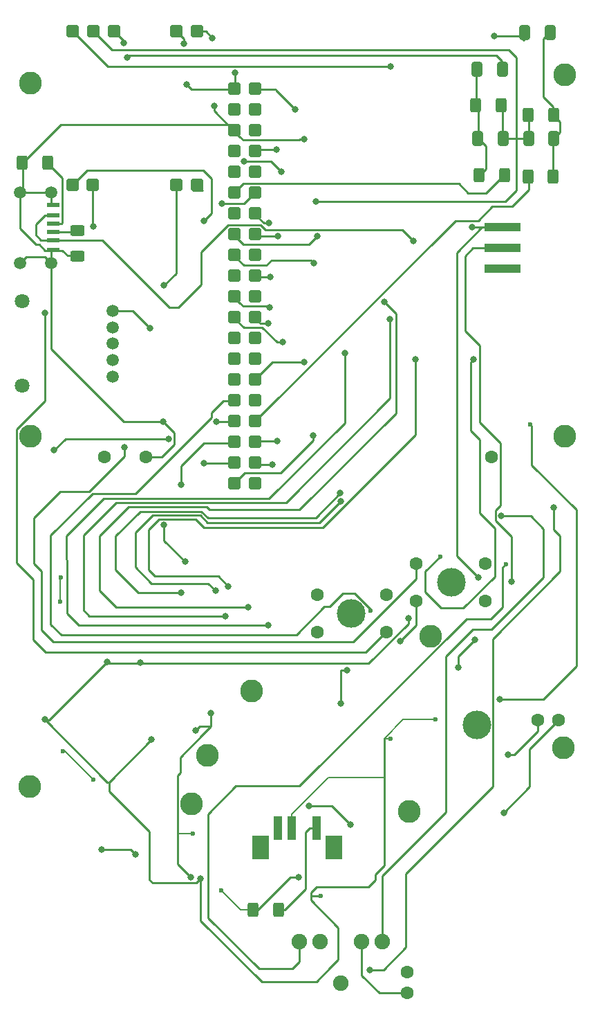
<source format=gbr>
%TF.GenerationSoftware,KiCad,Pcbnew,8.0.5*%
%TF.CreationDate,2024-11-18T11:08:29+00:00*%
%TF.ProjectId,gbc_retrozero_combined,6762635f-7265-4747-926f-7a65726f5f63,rev?*%
%TF.SameCoordinates,Original*%
%TF.FileFunction,Copper,L2,Bot*%
%TF.FilePolarity,Positive*%
%FSLAX46Y46*%
G04 Gerber Fmt 4.6, Leading zero omitted, Abs format (unit mm)*
G04 Created by KiCad (PCBNEW 8.0.5) date 2024-11-18 11:08:29*
%MOMM*%
%LPD*%
G01*
G04 APERTURE LIST*
G04 Aperture macros list*
%AMRoundRect*
0 Rectangle with rounded corners*
0 $1 Rounding radius*
0 $2 $3 $4 $5 $6 $7 $8 $9 X,Y pos of 4 corners*
0 Add a 4 corners polygon primitive as box body*
4,1,4,$2,$3,$4,$5,$6,$7,$8,$9,$2,$3,0*
0 Add four circle primitives for the rounded corners*
1,1,$1+$1,$2,$3*
1,1,$1+$1,$4,$5*
1,1,$1+$1,$6,$7*
1,1,$1+$1,$8,$9*
0 Add four rect primitives between the rounded corners*
20,1,$1+$1,$2,$3,$4,$5,0*
20,1,$1+$1,$4,$5,$6,$7,0*
20,1,$1+$1,$6,$7,$8,$9,0*
20,1,$1+$1,$8,$9,$2,$3,0*%
G04 Aperture macros list end*
%TA.AperFunction,ComponentPad*%
%ADD10C,1.600000*%
%TD*%
%TA.AperFunction,ComponentPad*%
%ADD11C,2.800000*%
%TD*%
%TA.AperFunction,ComponentPad*%
%ADD12C,3.500000*%
%TD*%
%TA.AperFunction,SMDPad,CuDef*%
%ADD13RoundRect,0.400000X-0.400000X0.400000X-0.400000X-0.400000X0.400000X-0.400000X0.400000X0.400000X0*%
%TD*%
%TA.AperFunction,SMDPad,CuDef*%
%ADD14RoundRect,0.250000X-0.400000X-0.625000X0.400000X-0.625000X0.400000X0.625000X-0.400000X0.625000X0*%
%TD*%
%TA.AperFunction,SMDPad,CuDef*%
%ADD15RoundRect,0.250000X0.400000X0.625000X-0.400000X0.625000X-0.400000X-0.625000X0.400000X-0.625000X0*%
%TD*%
%TA.AperFunction,ComponentPad*%
%ADD16C,1.500000*%
%TD*%
%TA.AperFunction,SMDPad,CuDef*%
%ADD17R,1.500000X0.600000*%
%TD*%
%TA.AperFunction,SMDPad,CuDef*%
%ADD18R,1.500000X0.500000*%
%TD*%
%TA.AperFunction,SMDPad,CuDef*%
%ADD19R,4.500000X1.000000*%
%TD*%
%TA.AperFunction,SMDPad,CuDef*%
%ADD20RoundRect,0.250000X0.412500X0.650000X-0.412500X0.650000X-0.412500X-0.650000X0.412500X-0.650000X0*%
%TD*%
%TA.AperFunction,SMDPad,CuDef*%
%ADD21RoundRect,0.250000X-0.412500X-0.650000X0.412500X-0.650000X0.412500X0.650000X-0.412500X0.650000X0*%
%TD*%
%TA.AperFunction,ComponentPad*%
%ADD22C,1.800000*%
%TD*%
%TA.AperFunction,SMDPad,CuDef*%
%ADD23RoundRect,0.400000X-0.400000X-0.400000X0.400000X-0.400000X0.400000X0.400000X-0.400000X0.400000X0*%
%TD*%
%TA.AperFunction,SMDPad,CuDef*%
%ADD24RoundRect,0.250000X0.625000X-0.400000X0.625000X0.400000X-0.625000X0.400000X-0.625000X-0.400000X0*%
%TD*%
%TA.AperFunction,ComponentPad*%
%ADD25C,1.900000*%
%TD*%
%TA.AperFunction,SMDPad,CuDef*%
%ADD26R,1.000000X3.000000*%
%TD*%
%TA.AperFunction,SMDPad,CuDef*%
%ADD27R,2.000000X3.000000*%
%TD*%
%TA.AperFunction,ViaPad*%
%ADD28C,0.800000*%
%TD*%
%TA.AperFunction,ViaPad*%
%ADD29C,0.600000*%
%TD*%
%TA.AperFunction,Conductor*%
%ADD30C,0.250000*%
%TD*%
%TA.AperFunction,Conductor*%
%ADD31C,0.200000*%
%TD*%
G04 APERTURE END LIST*
D10*
%TO.P,U3,3,Button*%
%TO.N,Net-(J1-GPIO21{slash}SCLK1)*%
X168366000Y-105216800D03*
%TD*%
D11*
%TO.P,U20,1,1*%
%TO.N,unconnected-(U20-Pad1)*%
X133600000Y-141720000D03*
%TD*%
%TO.P,U9,1,1*%
%TO.N,unconnected-(U9-Pad1)*%
X177360000Y-102720000D03*
%TD*%
%TO.P,U11,1,1*%
%TO.N,unconnected-(U11-Pad1)*%
X111940000Y-102710000D03*
%TD*%
D10*
%TO.P,U2,1,GND*%
%TO.N,Net-(U2-GND)*%
X126049600Y-105216800D03*
%TO.P,U2,3,Button*%
%TO.N,Net-(J1-GPIO16)*%
X120969600Y-105216800D03*
%TD*%
D11*
%TO.P,U18,1,1*%
%TO.N,unconnected-(U18-Pad1)*%
X177217300Y-140827460D03*
%TD*%
D10*
%TO.P,SW9,1,1*%
%TO.N,Net-(U2-GND)*%
X155518000Y-122134000D03*
%TO.P,SW9,2,2*%
%TO.N,Net-(J1-GPIO22)*%
X155518000Y-126706000D03*
%TO.P,SW9,3*%
%TO.N,N/C*%
X147009000Y-122134000D03*
%TO.P,SW9,4*%
X147009000Y-126706000D03*
D12*
%TO.P,SW9,5*%
X151200000Y-124420000D03*
%TD*%
D11*
%TO.P,U5,1,1*%
%TO.N,unconnected-(U5-Pad1)*%
X177357300Y-58517460D03*
%TD*%
%TO.P,U16,1,1*%
%TO.N,unconnected-(U16-Pad1)*%
X131650000Y-147690000D03*
%TD*%
D10*
%TO.P,U12,1,GND*%
%TO.N,Net-(U12-GND)*%
X174077200Y-137450280D03*
%TO.P,U12,2,VCC*%
%TO.N,Net-(U12-VCC)*%
X176617200Y-137450280D03*
%TD*%
D11*
%TO.P,U4,1,1*%
%TO.N,unconnected-(U4-Pad1)*%
X111937300Y-59527460D03*
%TD*%
D12*
%TO.P,TP1,1,1*%
%TO.N,unconnected-(TP1-Pad1)*%
X166580000Y-138040000D03*
%TD*%
D11*
%TO.P,U19,1,1*%
%TO.N,unconnected-(U19-Pad1)*%
X160967300Y-127157460D03*
%TD*%
%TO.P,U15,1,1*%
%TO.N,unconnected-(U15-Pad1)*%
X158310000Y-148580000D03*
%TD*%
D10*
%TO.P,LS1,1,1*%
%TO.N,Net-(U10-LEFT_OUT)*%
X158024400Y-170813180D03*
%TO.P,LS1,2,2*%
%TO.N,Net-(U10-GND)*%
X158024400Y-168273180D03*
%TD*%
D11*
%TO.P,U14,1,1*%
%TO.N,unconnected-(U14-Pad1)*%
X139010000Y-133850000D03*
%TD*%
D10*
%TO.P,SW10,1,1*%
%TO.N,Net-(U2-GND)*%
X159142000Y-122896080D03*
%TO.P,SW10,2,2*%
%TO.N,Net-(J1-GPIO17)*%
X159142000Y-118324080D03*
%TO.P,SW10,3*%
%TO.N,N/C*%
X167651000Y-122896080D03*
%TO.P,SW10,4*%
X167651000Y-118324080D03*
D12*
%TO.P,SW10,5*%
X163460000Y-120610080D03*
%TD*%
D11*
%TO.P,U17,1,1*%
%TO.N,unconnected-(U17-Pad1)*%
X111820000Y-145530000D03*
%TD*%
D13*
%TO.P,J1,1,3V3*%
%TO.N,Net-(J1-3V3-Pad1)*%
X139409770Y-60250400D03*
%TO.P,J1,2,5V*%
%TO.N,Net-(D1-A)*%
X136869770Y-60250400D03*
%TO.P,J1,3,SDA/GPIO2*%
%TO.N,unconnected-(J1-SDA{slash}GPIO2-Pad3)*%
X139409770Y-62790400D03*
%TO.P,J1,4,5V*%
%TO.N,unconnected-(J1-5V-Pad4)*%
X136869770Y-62790400D03*
%TO.P,J1,5,SCL/GPIO3*%
%TO.N,unconnected-(J1-SCL{slash}GPIO3-Pad5)*%
X139409770Y-65330400D03*
%TO.P,J1,6,GND*%
%TO.N,Net-(U2-GND)*%
X136869770Y-65330400D03*
%TO.P,J1,7,GCLK0/GPIO4*%
%TO.N,Net-(J1-GCLK0{slash}GPIO4)*%
X139409770Y-67870400D03*
%TO.P,J1,8,GPIO14/TXD*%
%TO.N,unconnected-(J1-GPIO14{slash}TXD-Pad8)*%
X136869770Y-67870400D03*
%TO.P,J1,9,GND*%
%TO.N,unconnected-(J1-GND-Pad9)*%
X139409770Y-70410400D03*
%TO.P,J1,10,GPIO15/RXD*%
%TO.N,unconnected-(J1-GPIO15{slash}RXD-Pad10)*%
X136869770Y-70410400D03*
%TO.P,J1,11,GPIO17*%
%TO.N,Net-(J1-GPIO17)*%
X139409770Y-72950400D03*
%TO.P,J1,12,GPIO18/PWM0*%
%TO.N,Net-(J1-GPIO18{slash}PWM0)*%
X136869770Y-72950400D03*
%TO.P,J1,13,GPIO27*%
%TO.N,Net-(J1-GPIO27)*%
X139409770Y-75490400D03*
%TO.P,J1,14,GND*%
%TO.N,unconnected-(J1-GND-Pad14)*%
X136869770Y-75490400D03*
%TO.P,J1,15,GPIO22*%
%TO.N,Net-(J1-GPIO22)*%
X139409770Y-78030400D03*
%TO.P,J1,16,GPIO23*%
%TO.N,Net-(J1-GPIO23)*%
X136869770Y-78030400D03*
%TO.P,J1,17,3V3*%
%TO.N,unconnected-(J1-3V3-Pad17)*%
X139409770Y-80570400D03*
%TO.P,J1,18,GPIO24*%
%TO.N,Net-(J1-GPIO24)*%
X136869770Y-80570400D03*
%TO.P,J1,19,MOSI0/GPIO10*%
%TO.N,Net-(J1-MOSI0{slash}GPIO10)*%
X139409770Y-83110400D03*
%TO.P,J1,20,GND*%
%TO.N,unconnected-(J1-GND-Pad20)*%
X136869770Y-83110400D03*
%TO.P,J1,21,MISO0/GPIO9*%
%TO.N,unconnected-(J1-MISO0{slash}GPIO9-Pad21)*%
X139409770Y-85650400D03*
%TO.P,J1,22,GPIO25*%
%TO.N,Net-(J1-GPIO25)*%
X136869770Y-85650400D03*
%TO.P,J1,23,SCLK0/GPIO11*%
%TO.N,Net-(J1-SCLK0{slash}GPIO11)*%
X139409770Y-88190400D03*
%TO.P,J1,24,~{CE0}/GPIO8*%
%TO.N,Net-(J1-~{CE0}{slash}GPIO8)*%
X136869770Y-88190400D03*
%TO.P,J1,25,GND*%
%TO.N,unconnected-(J1-GND-Pad25)*%
X139409770Y-90730400D03*
%TO.P,J1,26,~{CE1}/GPIO7*%
%TO.N,unconnected-(J1-~{CE1}{slash}GPIO7-Pad26)*%
X136869770Y-90730400D03*
%TO.P,J1,27,ID_SD/GPIO0*%
%TO.N,unconnected-(J1-ID_SD{slash}GPIO0-Pad27)*%
X139409770Y-93270400D03*
%TO.P,J1,28,ID_SC/GPIO1*%
%TO.N,unconnected-(J1-ID_SC{slash}GPIO1-Pad28)*%
X136869770Y-93270400D03*
%TO.P,J1,29,GCLK1/GPIO5*%
%TO.N,Net-(J1-GCLK1{slash}GPIO5)*%
X139409770Y-95810400D03*
%TO.P,J1,30,GND*%
%TO.N,unconnected-(J1-GND-Pad30)*%
X136869770Y-95810400D03*
%TO.P,J1,31,GCLK2/GPIO6*%
%TO.N,unconnected-(J1-GCLK2{slash}GPIO6-Pad31)*%
X139409770Y-98350400D03*
%TO.P,J1,32,PWM0/GPIO12*%
%TO.N,Net-(J1-PWM0{slash}GPIO12)*%
X136869770Y-98350400D03*
%TO.P,J1,33,PWM1/GPIO13*%
%TO.N,Net-(J1-PWM1{slash}GPIO13)*%
X139409770Y-100890400D03*
%TO.P,J1,34,GND*%
%TO.N,Net-(U2-GND)*%
X136869770Y-100890400D03*
%TO.P,J1,35,GPIO19/MISO1*%
%TO.N,Net-(J1-GPIO19{slash}MISO1)*%
X139409770Y-103430400D03*
%TO.P,J1,36,GPIO16*%
%TO.N,Net-(J1-GPIO16)*%
X136869770Y-103430400D03*
%TO.P,J1,37,GPIO26*%
%TO.N,Net-(J1-GPIO26)*%
X139409770Y-105970400D03*
%TO.P,J1,38,GPIO20/MOSI1*%
%TO.N,Net-(J1-GPIO20{slash}MOSI1)*%
X136869770Y-105970400D03*
%TO.P,J1,39,GND*%
%TO.N,unconnected-(J1-GND-Pad39)*%
X139409770Y-108510400D03*
%TO.P,J1,40,GPIO21/SCLK1*%
%TO.N,Net-(J1-GPIO21{slash}SCLK1)*%
X136869770Y-108510400D03*
%TD*%
D14*
%TO.P,R3,1*%
%TO.N,Net-(C2-Pad2)*%
X166862300Y-70817600D03*
%TO.P,R3,2*%
%TO.N,Net-(J1-GPIO18{slash}PWM0)*%
X169962300Y-70817600D03*
%TD*%
D15*
%TO.P,R8,1*%
%TO.N,Net-(SW11-A)*%
X142282680Y-160650640D03*
%TO.P,R8,2*%
%TO.N,Net-(U2-GND)*%
X139182680Y-160650640D03*
%TD*%
D16*
%TO.P,U7,1,SHIELD_GND*%
%TO.N,Net-(U2-GND)*%
X114454800Y-72909600D03*
X110657500Y-72909600D03*
D17*
X114703720Y-74469160D03*
X114713880Y-79975880D03*
D16*
X114454800Y-81545600D03*
X110657500Y-81545600D03*
D18*
%TO.P,U7,2,VBUS*%
%TO.N,Net-(U13-VIN)*%
X114703720Y-75698520D03*
X114713880Y-78746520D03*
%TO.P,U7,3,CC2*%
%TO.N,Net-(U7-CC2)*%
X114708800Y-76719600D03*
%TO.P,U7,4,CC1*%
%TO.N,Net-(U7-CC1)*%
X114713880Y-77735600D03*
%TD*%
D19*
%TO.P,SW12,1,A*%
%TO.N,unconnected-(SW12-A-Pad1)*%
X169715600Y-82246880D03*
%TO.P,SW12,2,B*%
%TO.N,Net-(SW12-B)*%
X169715600Y-79706880D03*
%TO.P,SW12,3,C*%
%TO.N,Net-(D1-A)*%
X169715600Y-77166880D03*
%TD*%
D20*
%TO.P,C1,1*%
%TO.N,Net-(C1-Pad1)*%
X176039800Y-66337600D03*
%TO.P,C1,2*%
%TO.N,Net-(U2-GND)*%
X172914800Y-66337600D03*
%TD*%
D21*
%TO.P,C3,1*%
%TO.N,Net-(U6-L_IN)*%
X172429800Y-53357600D03*
%TO.P,C3,2*%
%TO.N,Net-(C1-Pad1)*%
X175554800Y-53357600D03*
%TD*%
D16*
%TO.P,U8,1,1*%
%TO.N,Net-(U10-GND)*%
X122004240Y-87387840D03*
%TO.P,U8,2,2*%
%TO.N,Net-(U6-L_+_OUT)*%
X122004240Y-89394440D03*
%TO.P,U8,3,3*%
%TO.N,Net-(U6-R_+_OUT)*%
X122004240Y-91401040D03*
%TO.P,U8,4,4*%
%TO.N,Net-(U10-LEFT_IN)*%
X122004240Y-93407640D03*
%TO.P,U8,5,5*%
%TO.N,Net-(U10-RIGHT_IN)*%
X122004240Y-95414240D03*
D22*
%TO.P,U8,6*%
%TO.N,N/C*%
X110879040Y-96569940D03*
%TO.P,U8,7*%
X110891740Y-86232140D03*
%TD*%
D14*
%TO.P,R6,1*%
%TO.N,Net-(U2-GND)*%
X110912300Y-69267600D03*
%TO.P,R6,2*%
%TO.N,Net-(U7-CC2)*%
X114012300Y-69267600D03*
%TD*%
D20*
%TO.P,C4,1*%
%TO.N,Net-(U6-R_IN)*%
X169744800Y-57837600D03*
%TO.P,C4,2*%
%TO.N,Net-(C2-Pad2)*%
X166619800Y-57837600D03*
%TD*%
D23*
%TO.P,U6,1,L_IN*%
%TO.N,Net-(U6-L_IN)*%
X117054800Y-53167600D03*
%TO.P,U6,2,T_IN*%
%TO.N,Net-(U2-GND)*%
X119594800Y-53167600D03*
%TO.P,U6,3,R_IN*%
%TO.N,Net-(U6-R_IN)*%
X122134800Y-53167600D03*
%TO.P,U6,4,5_VCC_IN*%
%TO.N,Net-(D1-A)*%
X129754800Y-53167600D03*
%TO.P,U6,5,GND_IN*%
%TO.N,Net-(U2-GND)*%
X132294800Y-53167600D03*
%TO.P,U6,6,L_-_OUT*%
%TO.N,Net-(U10-GND)*%
X117054800Y-72014400D03*
%TO.P,U6,7,L_+_OUT*%
%TO.N,Net-(U6-L_+_OUT)*%
X119556700Y-71976300D03*
%TO.P,U6,8,R_+_OUT*%
%TO.N,Net-(U6-R_+_OUT)*%
X129754800Y-71976300D03*
%TO.P,U6,9,R_-_OUT*%
%TO.N,unconnected-(U6-R_-_OUT-Pad9)*%
X132294800Y-71976300D03*
%TD*%
D24*
%TO.P,R7,1*%
%TO.N,Net-(U2-GND)*%
X117684800Y-80680100D03*
%TO.P,R7,2*%
%TO.N,Net-(U7-CC1)*%
X117684800Y-77580100D03*
%TD*%
D15*
%TO.P,R5,1*%
%TO.N,Net-(U2-GND)*%
X169537300Y-62237600D03*
%TO.P,R5,2*%
%TO.N,Net-(C2-Pad2)*%
X166437300Y-62237600D03*
%TD*%
D20*
%TO.P,C2,1*%
%TO.N,Net-(U2-GND)*%
X169814800Y-66337600D03*
%TO.P,C2,2*%
%TO.N,Net-(C2-Pad2)*%
X166689800Y-66337600D03*
%TD*%
D15*
%TO.P,R2,1*%
%TO.N,Net-(C1-Pad1)*%
X175947300Y-70967600D03*
%TO.P,R2,2*%
%TO.N,Net-(J1-PWM1{slash}GPIO13)*%
X172847300Y-70967600D03*
%TD*%
D25*
%TO.P,U10,1,GND*%
%TO.N,Net-(U10-GND)*%
X149946480Y-169623440D03*
%TO.P,U10,2,LEFT_IN*%
%TO.N,Net-(U10-LEFT_IN)*%
X155026480Y-164543440D03*
%TO.P,U10,3,LEFT_OUT*%
%TO.N,Net-(U10-LEFT_OUT)*%
X152486480Y-164543440D03*
%TO.P,U10,4,RIGHT_OUT*%
%TO.N,unconnected-(U10-RIGHT_OUT-Pad4)*%
X147406480Y-164543440D03*
%TO.P,U10,5,RIGHT_IN*%
%TO.N,Net-(U10-RIGHT_IN)*%
X144866480Y-164543440D03*
%TD*%
D15*
%TO.P,R4,1*%
%TO.N,Net-(C1-Pad1)*%
X175977300Y-63427600D03*
%TO.P,R4,2*%
%TO.N,Net-(U2-GND)*%
X172877300Y-63427600D03*
%TD*%
D26*
%TO.P,SW11,1,A*%
%TO.N,Net-(SW11-A)*%
X146939840Y-150660820D03*
%TO.P,SW11,2,B*%
%TO.N,Net-(D1-K)*%
X143929940Y-150660820D03*
%TO.P,SW11,3,C*%
%TO.N,unconnected-(SW11-C-Pad3)*%
X142228140Y-150660820D03*
D27*
%TO.P,SW11,4*%
%TO.N,N/C*%
X149073440Y-153040800D03*
X140107240Y-153010320D03*
%TD*%
D28*
%TO.N,Net-(D1-K)*%
X166381000Y-127569680D03*
X121283300Y-130274780D03*
X113676000Y-137348680D03*
X125371003Y-130378077D03*
X158189500Y-124953480D03*
X164336300Y-130973280D03*
X132776800Y-156792380D03*
D29*
X147500000Y-158940000D03*
X156000000Y-139720000D03*
D28*
X126718900Y-139837880D03*
D29*
X161540000Y-137360000D03*
%TO.N,Net-(D1-A)*%
X115860000Y-141210000D03*
X131800000Y-151340000D03*
X115630000Y-120010000D03*
D28*
X130697800Y-54708900D03*
X149883700Y-135430980D03*
X134021400Y-136561280D03*
X136984800Y-58232600D03*
X132116400Y-138720280D03*
X131054800Y-59697600D03*
D29*
X115580000Y-122960000D03*
D28*
X150658400Y-131316180D03*
X131519500Y-156639980D03*
X166003800Y-77149800D03*
D29*
X119610000Y-144680000D03*
D28*
X166736600Y-119949680D03*
%TO.N,Net-(U10-GND)*%
X153490500Y-167955680D03*
X126557600Y-89481500D03*
X133154800Y-76397600D03*
X176034800Y-111397600D03*
%TO.N,Net-(U2-GND)*%
X134654800Y-100937600D03*
X144727500Y-156651580D03*
X146852200Y-74000200D03*
X157224300Y-127760180D03*
X134215700Y-53997700D03*
X120635600Y-153236380D03*
D29*
X135280000Y-158250000D03*
D28*
X169365500Y-134872180D03*
X134424800Y-62327600D03*
X151141000Y-150251880D03*
X128154800Y-100917600D03*
X124801200Y-153820580D03*
X145455200Y-66392900D03*
X145997500Y-147927780D03*
D29*
X173090000Y-101290000D03*
D28*
%TO.N,Net-(U6-L_IN)*%
X156034800Y-57507600D03*
X168714800Y-53777600D03*
%TO.N,Net-(U6-R_IN)*%
X123774800Y-56437600D03*
X123334800Y-54607600D03*
%TO.N,Net-(J1-GPIO16)*%
X130367600Y-108620400D03*
%TO.N,Net-(J1-GPIO20{slash}MOSI1)*%
X130833700Y-118057380D03*
X114794800Y-104447600D03*
X128284800Y-113562610D03*
X133164800Y-106027600D03*
X128814800Y-103057600D03*
%TO.N,Net-(J1-GPIO23)*%
X155249800Y-86317600D03*
X138542600Y-123607280D03*
X147024800Y-78237600D03*
%TO.N,Net-(J1-GCLK0{slash}GPIO4)*%
X155974800Y-88377600D03*
X142084800Y-67637600D03*
X135786700Y-124699480D03*
%TO.N,Net-(J1-GPIO22)*%
X138063800Y-69072600D03*
X142635800Y-70342600D03*
X142254800Y-78237599D03*
X113725280Y-87614600D03*
%TO.N,Net-(J1-GPIO17)*%
X135358700Y-74241500D03*
X123458800Y-104073800D03*
%TO.N,Net-(J1-SCLK0{slash}GPIO11)*%
X140994800Y-88927600D03*
%TO.N,Net-(J1-~{CE0}{slash}GPIO8)*%
X142834800Y-91217600D03*
%TO.N,Net-(J1-MOSI0{slash}GPIO10)*%
X141244800Y-83197600D03*
%TO.N,Net-(J1-GPIO25)*%
X141224800Y-86977600D03*
%TO.N,Net-(J1-GPIO24)*%
X141019100Y-125817080D03*
X146644800Y-81567600D03*
X150404800Y-92577600D03*
%TO.N,Net-(J1-GPIO26)*%
X149892915Y-110674790D03*
X134567500Y-121600680D03*
X141574800Y-106147600D03*
%TO.N,Net-(J1-3V3-Pad1)*%
X144314800Y-62787600D03*
%TO.N,Net-(J1-GPIO19{slash}MISO1)*%
X130376500Y-121854680D03*
X142134800Y-103287600D03*
X149874800Y-109667600D03*
%TO.N,Net-(J1-GPIO27)*%
X141144800Y-76647600D03*
%TO.N,Net-(J1-GPIO21{slash}SCLK1)*%
X146574800Y-102657600D03*
%TO.N,Net-(J1-GCLK1{slash}GPIO5)*%
X159104800Y-93287600D03*
X145414800Y-93687600D03*
X136129600Y-121054580D03*
%TO.N,Net-(SW12-B)*%
X170826000Y-120483080D03*
%TO.N,Net-(U6-L_+_OUT)*%
X119585300Y-77060900D03*
%TO.N,Net-(U6-R_+_OUT)*%
X128284800Y-84267600D03*
%TO.N,Net-(U13-VIN)*%
X158804800Y-78827600D03*
X166214800Y-93317600D03*
D29*
X162110000Y-117440000D03*
%TO.N,Net-(U10-RIGHT_IN)*%
X170130000Y-118370000D03*
D28*
%TO.N,Net-(U10-LEFT_IN)*%
X169574800Y-112467600D03*
%TO.N,Net-(U12-VCC)*%
X169873500Y-148765980D03*
%TO.N,Net-(U12-GND)*%
X170432300Y-141628580D03*
D29*
%TO.N,Net-(J1-PWM0{slash}GPIO12)*%
X153577224Y-124032776D03*
%TD*%
D30*
%TO.N,Net-(D1-K)*%
X164336300Y-130973280D02*
X164336300Y-129614380D01*
X146260000Y-158930000D02*
X147490000Y-158930000D01*
X126490300Y-151090080D02*
X121537300Y-146137080D01*
X140249480Y-169428880D02*
X132776800Y-161956200D01*
X158189500Y-125640582D02*
X153339402Y-130490680D01*
X154130000Y-156292580D02*
X155255800Y-155166780D01*
X149388400Y-130490680D02*
X125360000Y-130490680D01*
X132776800Y-156792380D02*
X132204199Y-157364981D01*
X121283300Y-130274780D02*
X114171300Y-137386780D01*
X132204199Y-157364981D02*
X126872401Y-157364981D01*
D31*
X157565800Y-137360000D02*
X161540000Y-137360000D01*
X143929940Y-150660820D02*
X143929940Y-148960820D01*
D30*
X132776800Y-161956200D02*
X132776800Y-156792380D01*
X113676000Y-137348680D02*
X121346800Y-145019480D01*
X146260000Y-158550000D02*
X146950000Y-157860000D01*
D31*
X148410760Y-144480000D02*
X155255800Y-144480000D01*
D30*
X148681481Y-167682159D02*
X146934760Y-169428880D01*
X146260000Y-158930000D02*
X146260000Y-158550000D01*
D31*
X155305800Y-139720000D02*
X155255800Y-139670000D01*
D30*
X146260000Y-159480000D02*
X146260000Y-158930000D01*
D31*
X156000000Y-139720000D02*
X155305800Y-139720000D01*
D30*
X121346800Y-145019480D02*
X121537300Y-145019480D01*
X146934760Y-169428880D02*
X140249480Y-169428880D01*
X155255800Y-155166780D02*
X155255800Y-144480000D01*
X125360000Y-130490680D02*
X121499200Y-130490680D01*
X121537300Y-145019480D02*
X126718900Y-139837880D01*
X121537300Y-146137080D02*
X121537300Y-145019480D01*
X148681481Y-167682159D02*
X149610000Y-166753640D01*
X153280000Y-157860000D02*
X154130000Y-157010000D01*
X155255800Y-144480000D02*
X155255800Y-139670000D01*
X149610000Y-166753640D02*
X149610000Y-162830000D01*
X113714100Y-137386780D02*
X113676000Y-137348680D01*
X164336300Y-129614380D02*
X166381000Y-127569680D01*
X121499200Y-130490680D02*
X121283300Y-130274780D01*
X125360000Y-130389080D02*
X125371003Y-130378077D01*
X114171300Y-137386780D02*
X113714100Y-137386780D01*
X158189500Y-124953480D02*
X158189500Y-125640582D01*
X146950000Y-157860000D02*
X153280000Y-157860000D01*
X154130000Y-157010000D02*
X154130000Y-156292580D01*
X126872401Y-157364981D02*
X126490300Y-156982880D01*
D31*
X143929940Y-148960820D02*
X148410760Y-144480000D01*
D30*
X126490300Y-156982880D02*
X126490300Y-151090080D01*
D31*
X155255800Y-139670000D02*
X157565800Y-137360000D01*
D30*
X125360000Y-130490680D02*
X125360000Y-130389080D01*
X153339402Y-130490680D02*
X149388400Y-130490680D01*
X147490000Y-158930000D02*
X147500000Y-158940000D01*
X149610000Y-162830000D02*
X146260000Y-159480000D01*
%TO.N,Net-(D1-A)*%
X149883700Y-135430980D02*
X149883700Y-131392380D01*
X131519500Y-156639980D02*
X129902999Y-155023479D01*
X164126921Y-80255559D02*
X167215600Y-77166880D01*
X133030800Y-139228280D02*
X133056200Y-139202880D01*
D31*
X130002999Y-151340000D02*
X129902999Y-151240000D01*
D30*
X130249500Y-143825680D02*
X130249500Y-141996880D01*
X132611700Y-138224980D02*
X134021400Y-138224980D01*
X166736600Y-119949680D02*
X164126921Y-117340001D01*
X130249500Y-141996880D02*
X133018100Y-139228280D01*
D31*
X115580000Y-120060000D02*
X115630000Y-120010000D01*
D30*
X130697800Y-54110600D02*
X129754800Y-53167600D01*
D31*
X131800000Y-151340000D02*
X130002999Y-151340000D01*
D30*
X129902999Y-155023479D02*
X129902999Y-151240000D01*
X129902999Y-150500000D02*
X129902999Y-144172181D01*
X149883700Y-131392380D02*
X149959900Y-131316180D01*
X164126921Y-117340001D02*
X164126921Y-112380000D01*
D31*
X116140000Y-141210000D02*
X119610000Y-144680000D01*
D30*
X129902999Y-151240000D02*
X129902999Y-150500000D01*
X130697800Y-54708900D02*
X130697800Y-54110600D01*
X136834800Y-60267600D02*
X131624800Y-60267600D01*
X149959900Y-131316180D02*
X150658400Y-131316180D01*
X136984800Y-60117600D02*
X136834800Y-60267600D01*
X133018100Y-139228280D02*
X133030800Y-139228280D01*
X166020880Y-77166880D02*
X166003800Y-77149800D01*
D31*
X115860000Y-141210000D02*
X116140000Y-141210000D01*
X115580000Y-122960000D02*
X115580000Y-120060000D01*
D30*
X133018100Y-139228280D02*
X134021400Y-138224980D01*
X136984800Y-58232600D02*
X136984800Y-60117600D01*
X131624800Y-60267600D02*
X131054800Y-59697600D01*
X169715600Y-77166880D02*
X166020880Y-77166880D01*
X164126921Y-112380000D02*
X164126921Y-80255559D01*
X167215600Y-77166880D02*
X169715600Y-77166880D01*
X134021400Y-138224980D02*
X134021400Y-136561280D01*
X132116400Y-138720280D02*
X132611700Y-138224980D01*
D31*
X129902999Y-149917001D02*
X129902999Y-150500000D01*
D30*
X129902999Y-144172181D02*
X130249500Y-143825680D01*
%TO.N,Net-(U10-LEFT_OUT)*%
X152486480Y-168640760D02*
X154658900Y-170813180D01*
X152486480Y-164543440D02*
X152486480Y-168640760D01*
X154658900Y-170813180D02*
X158024400Y-170813180D01*
%TO.N,Net-(U10-GND)*%
X134076000Y-71218900D02*
X134076000Y-75476400D01*
X176776480Y-114906480D02*
X176776480Y-119237802D01*
X155166900Y-167955680D02*
X153490500Y-167955680D01*
X122004240Y-87387840D02*
X124463940Y-87387840D01*
X124463940Y-87387840D02*
X126557600Y-89481500D01*
X117054800Y-72014400D02*
X118828200Y-70241000D01*
X168528001Y-145578677D02*
X157922800Y-156183878D01*
X168528001Y-127486281D02*
X168528001Y-145578677D01*
X118828200Y-70241000D02*
X133098100Y-70241000D01*
X176776480Y-119237802D02*
X168528001Y-127486281D01*
X176034800Y-111397600D02*
X176034800Y-114164800D01*
X134076000Y-75476400D02*
X133154800Y-76397600D01*
X157922800Y-165199780D02*
X155166900Y-167955680D01*
X176034800Y-114164800D02*
X176776480Y-114906480D01*
X157922800Y-156183878D02*
X157922800Y-165199780D01*
X133098100Y-70241000D02*
X134076000Y-71218900D01*
%TO.N,Net-(C1-Pad1)*%
X175964800Y-66337600D02*
X176736147Y-65566253D01*
X175914800Y-62452600D02*
X174704800Y-61242600D01*
X176736147Y-65566253D02*
X176736147Y-64248947D01*
X175884800Y-70967600D02*
X175884800Y-66417600D01*
X175884800Y-66417600D02*
X175964800Y-66337600D01*
X176736147Y-64248947D02*
X176686147Y-64198947D01*
X176686147Y-64198947D02*
X175914800Y-63427600D01*
X175914800Y-63427600D02*
X175914800Y-62452600D01*
X174704800Y-54132600D02*
X175479800Y-53357600D01*
X174704800Y-61242600D02*
X174704800Y-54132600D01*
%TO.N,Net-(U2-GND)*%
X134424800Y-62327600D02*
X134424800Y-62937600D01*
X144889515Y-66392900D02*
X144809805Y-66472610D01*
X145997500Y-147927780D02*
X148816900Y-147927780D01*
X171424800Y-66337600D02*
X172989800Y-66337600D01*
X126203070Y-105242200D02*
X128030800Y-105242200D01*
X174699500Y-134872180D02*
X170978400Y-134872180D01*
X115648353Y-64594047D02*
X111746147Y-68496253D01*
X137588353Y-66101153D02*
X136834800Y-65347600D01*
X111402979Y-80798381D02*
X110652980Y-81548380D01*
X144727500Y-156651580D02*
X143781180Y-156651580D01*
X178776200Y-130795480D02*
X174699500Y-134872180D01*
X128154800Y-100917600D02*
X129539801Y-102302601D01*
X170552300Y-66337600D02*
X171424800Y-66337600D01*
X169739800Y-62502600D02*
X169474800Y-62237600D01*
X173330000Y-106230000D02*
X173330000Y-101530000D01*
X129539801Y-103733199D02*
X128030800Y-105242200D01*
X132294800Y-53167600D02*
X133385600Y-53167600D01*
X113700280Y-79986280D02*
X113009400Y-79295400D01*
X171424800Y-66337600D02*
X171424800Y-68997600D01*
X124217000Y-153236380D02*
X124801200Y-153820580D01*
X134654800Y-100937600D02*
X136804800Y-100937600D01*
X114450280Y-79986280D02*
X114450280Y-81548380D01*
X126177670Y-105216800D02*
X126203070Y-105242200D01*
X171452100Y-69024900D02*
X171452100Y-72628600D01*
X129539801Y-103733199D02*
X129539801Y-103707799D01*
X121904800Y-55477600D02*
X170504800Y-55477600D01*
X169739800Y-66337600D02*
X170552300Y-66337600D01*
X129539801Y-102302601D02*
X129539801Y-103733199D01*
X114450280Y-81548380D02*
X113700281Y-80798381D01*
X139782120Y-160650640D02*
X139182680Y-160650640D01*
X114450280Y-92043080D02*
X122804800Y-100397600D01*
X113700281Y-80798381D02*
X111402979Y-80798381D01*
X134424800Y-62937600D02*
X136834800Y-65347600D01*
X115813480Y-79986280D02*
X114450280Y-79986280D01*
X145455200Y-66392900D02*
X144889515Y-66392900D01*
X137959810Y-66472610D02*
X137588353Y-66101153D01*
X170978400Y-134872180D02*
X169365500Y-134872180D01*
X159142000Y-125842480D02*
X157224300Y-127760180D01*
X172989800Y-63477600D02*
X172939800Y-63427600D01*
X123324800Y-100917600D02*
X128154800Y-100917600D01*
X178776200Y-117866880D02*
X178776200Y-130795480D01*
X136834800Y-65347600D02*
X136081247Y-64594047D01*
X111713640Y-72912380D02*
X114450280Y-72912380D01*
X113009400Y-79295400D02*
X112618940Y-79295400D01*
X122804800Y-100397600D02*
X123324800Y-100917600D01*
X114450280Y-79986280D02*
X113700280Y-79986280D01*
X116444800Y-80617600D02*
X115813480Y-79986280D01*
X112618940Y-79295400D02*
X110652980Y-77329440D01*
X110974800Y-72590560D02*
X110652980Y-72912380D01*
X171424800Y-68997600D02*
X171452100Y-69024900D01*
X111746147Y-68496253D02*
X110974800Y-69267600D01*
X110652980Y-72912380D02*
X111713640Y-72912380D01*
X173330000Y-101530000D02*
X173090000Y-101290000D01*
X114450280Y-72912380D02*
X114450280Y-74474480D01*
X171424800Y-57827600D02*
X171424800Y-66337600D01*
X171424800Y-56397600D02*
X171424800Y-57827600D01*
X120635600Y-153236380D02*
X124217000Y-153236380D01*
X159142000Y-122896080D02*
X159142000Y-125842480D01*
X110974800Y-69267600D02*
X110974800Y-72590560D01*
X169739800Y-66337600D02*
X169739800Y-62502600D01*
X110652980Y-77329440D02*
X110652980Y-72912380D01*
X148816900Y-147927780D02*
X151141000Y-150251880D01*
X117684800Y-80617600D02*
X116444800Y-80617600D01*
D31*
X137680640Y-160650640D02*
X139182680Y-160650640D01*
X135280000Y-158250000D02*
X137680640Y-160650640D01*
D30*
X170080500Y-74000200D02*
X146852200Y-74000200D01*
X119594800Y-53167600D02*
X121904800Y-55477600D01*
X136804800Y-100937600D02*
X136834800Y-100907600D01*
X171452100Y-72628600D02*
X170080500Y-74000200D01*
X170504800Y-55477600D02*
X171424800Y-56397600D01*
X144809805Y-66472610D02*
X137959810Y-66472610D01*
X114450280Y-81548380D02*
X114450280Y-92043080D01*
X136081247Y-64594047D02*
X115648353Y-64594047D01*
X172989800Y-66337600D02*
X172989800Y-63477600D01*
X178776200Y-117866880D02*
X178776200Y-111676200D01*
X133385600Y-53167600D02*
X134215700Y-53997700D01*
X143781180Y-156651580D02*
X139782120Y-160650640D01*
X178776200Y-111676200D02*
X173330000Y-106230000D01*
%TO.N,Net-(C2-Pad2)*%
X166924800Y-70817600D02*
X167696147Y-70046253D01*
X167696147Y-70046253D02*
X167696147Y-67268947D01*
X166499800Y-58032600D02*
X166694800Y-57837600D01*
X166499800Y-62237600D02*
X166499800Y-58032600D01*
X166764800Y-66337600D02*
X166764800Y-62502600D01*
X167536147Y-67108947D02*
X166764800Y-66337600D01*
X167696147Y-67268947D02*
X167536147Y-67108947D01*
X166764800Y-62502600D02*
X166499800Y-62237600D01*
%TO.N,Net-(U6-L_IN)*%
X117054800Y-53167600D02*
X121394800Y-57507600D01*
X121394800Y-57507600D02*
X122109478Y-57507600D01*
X168714800Y-53777600D02*
X171834800Y-53777600D01*
X122109478Y-57507600D02*
X156034800Y-57507600D01*
X171834800Y-53777600D02*
X172334800Y-54277600D01*
%TO.N,Net-(U6-R_IN)*%
X168994800Y-56187600D02*
X124024800Y-56187600D01*
X169669800Y-57837600D02*
X169669800Y-56862600D01*
X124024800Y-56187600D02*
X123774800Y-56437600D01*
X169669800Y-56862600D02*
X168994800Y-56187600D01*
X123334800Y-54607600D02*
X123334800Y-54367600D01*
X123334800Y-54367600D02*
X122134800Y-53167600D01*
%TO.N,Net-(J1-GPIO16)*%
X133154800Y-103527600D02*
X136754800Y-103527600D01*
X136754800Y-103527600D02*
X136834800Y-103447600D01*
X130367600Y-106314800D02*
X133154800Y-103527600D01*
X130367600Y-108620400D02*
X130367600Y-106314800D01*
%TO.N,Net-(J1-GPIO20{slash}MOSI1)*%
X128284800Y-115508480D02*
X130833700Y-118057380D01*
X133164800Y-106027600D02*
X136794800Y-106027600D01*
X128284800Y-113562610D02*
X128284800Y-115508480D01*
X114794800Y-104447600D02*
X116184800Y-103057600D01*
X116184800Y-103057600D02*
X128814800Y-103057600D01*
X136794800Y-106027600D02*
X136834800Y-105987600D01*
%TO.N,Net-(J1-GPIO23)*%
X156699801Y-99912599D02*
X144884800Y-111727600D01*
X123903680Y-111363600D02*
X120339680Y-114927600D01*
X138024800Y-79237600D02*
X136834800Y-78047600D01*
X156699801Y-87767601D02*
X156699801Y-99912599D01*
X120339680Y-121558760D02*
X122388200Y-123607280D01*
X122388200Y-123607280D02*
X138542600Y-123607280D01*
X144884800Y-111727600D02*
X133848390Y-111727600D01*
X120339680Y-114927600D02*
X120339680Y-121558760D01*
X155249800Y-86317600D02*
X156699801Y-87767601D01*
X133484390Y-111363600D02*
X123903680Y-111363600D01*
X133848390Y-111727600D02*
X133484390Y-111363600D01*
X146024800Y-79237600D02*
X138024800Y-79237600D01*
X147024800Y-78237600D02*
X146024800Y-79237600D01*
%TO.N,Net-(J1-PWM1{slash}GPIO13)*%
X166735521Y-76341879D02*
X168442200Y-74635200D01*
X163940521Y-76341879D02*
X166735521Y-76341879D01*
X172909800Y-72606000D02*
X172909800Y-70967600D01*
X168442200Y-74635200D02*
X170880600Y-74635200D01*
X170880600Y-74635200D02*
X172909800Y-72606000D01*
X139374800Y-100907600D02*
X163940521Y-76341879D01*
%TO.N,Net-(J1-GCLK0{slash}GPIO4)*%
X139624800Y-67637600D02*
X139374800Y-67887600D01*
X122404160Y-110861600D02*
X141257210Y-110861600D01*
X119137000Y-124699480D02*
X118404240Y-123966720D01*
X135786700Y-124699480D02*
X119137000Y-124699480D01*
X118404240Y-114861520D02*
X118922880Y-114342880D01*
X142084800Y-67637600D02*
X139624800Y-67637600D01*
X155974800Y-98087600D02*
X155974800Y-88377600D01*
X141257210Y-110861600D02*
X141263210Y-110855600D01*
X118922880Y-114342880D02*
X122404160Y-110861600D01*
X141263210Y-110855600D02*
X143206800Y-110855600D01*
X143206800Y-110855600D02*
X155974800Y-98087600D01*
X118404240Y-123966720D02*
X118404240Y-114861520D01*
%TO.N,Net-(J1-GPIO22)*%
X141365800Y-69072600D02*
X142635800Y-70342600D01*
X112240900Y-127607780D02*
X113790300Y-129157180D01*
X112240900Y-120213980D02*
X112240900Y-127607780D01*
X142254800Y-78237599D02*
X139564799Y-78237599D01*
X138063800Y-69072600D02*
X141365800Y-69072600D01*
X113725280Y-98402078D02*
X110236079Y-101891279D01*
X153007900Y-129157180D02*
X155459000Y-126706080D01*
X113725280Y-87614600D02*
X113725280Y-98402078D01*
X113790300Y-129157180D02*
X153007900Y-129157180D01*
X110236079Y-101891279D02*
X110236079Y-118209159D01*
X110236079Y-118209159D02*
X112240900Y-120213980D01*
X139564799Y-78237599D02*
X139374800Y-78047600D01*
%TO.N,Net-(J1-GPIO17)*%
X139374800Y-72967600D02*
X138100900Y-74241500D01*
X159142000Y-120116082D02*
X159142000Y-118324080D01*
X115546700Y-109496700D02*
X112328520Y-112714880D01*
X112328520Y-118295000D02*
X113256900Y-119223380D01*
X119129610Y-109496700D02*
X115546700Y-109496700D01*
X113256900Y-126426680D02*
X114661301Y-127831081D01*
X138100900Y-74241500D02*
X135358700Y-74241500D01*
X151427001Y-127831081D02*
X159142000Y-120116082D01*
X113256900Y-119223380D02*
X113256900Y-126426680D01*
X114661301Y-127831081D02*
X151427001Y-127831081D01*
X123458800Y-104073800D02*
X123458800Y-105167510D01*
X123458800Y-105167510D02*
X119129610Y-109496700D01*
X112328520Y-112714880D02*
X112328520Y-118295000D01*
%TO.N,Net-(J1-SCLK0{slash}GPIO11)*%
X140094800Y-88927600D02*
X139374800Y-88207600D01*
X140994800Y-88927600D02*
X140094800Y-88927600D01*
%TO.N,Net-(J1-~{CE0}{slash}GPIO8)*%
X142834800Y-91217600D02*
X142114800Y-91217600D01*
X138034800Y-89407600D02*
X136834800Y-88207600D01*
X142114800Y-91217600D02*
X140304800Y-89407600D01*
X140304800Y-89407600D02*
X138034800Y-89407600D01*
%TO.N,Net-(J1-GPIO18{slash}PWM0)*%
X164389790Y-71842590D02*
X165524800Y-72977600D01*
X167739800Y-72977600D02*
X169899800Y-70817600D01*
X165524800Y-72977600D02*
X167739800Y-72977600D01*
X136834800Y-72967600D02*
X137959810Y-71842590D01*
X137959810Y-71842590D02*
X164389790Y-71842590D01*
%TO.N,Net-(J1-MOSI0{slash}GPIO10)*%
X139444800Y-83197600D02*
X139374800Y-83127600D01*
X141244800Y-83197600D02*
X139444800Y-83197600D01*
%TO.N,Net-(J1-GPIO25)*%
X141224800Y-86977600D02*
X141039810Y-86792610D01*
X141039810Y-86792610D02*
X137959810Y-86792610D01*
X137959810Y-86792610D02*
X137588353Y-86421153D01*
X137588353Y-86421153D02*
X136834800Y-85667600D01*
%TO.N,Net-(J1-GPIO24)*%
X117816200Y-125817080D02*
X141019100Y-125817080D01*
X116402720Y-124403600D02*
X117816200Y-125817080D01*
X120916640Y-110347600D02*
X141134800Y-110347600D01*
X150404800Y-101077600D02*
X150404800Y-92577600D01*
X116402720Y-117861080D02*
X116402720Y-124403600D01*
X141424799Y-81167601D02*
X140774800Y-81817600D01*
X138064800Y-81817600D02*
X136834800Y-80587600D01*
X141134800Y-110347600D02*
X150404800Y-101077600D01*
X116336640Y-117795000D02*
X116402720Y-117861080D01*
X116336640Y-114927600D02*
X116336640Y-117795000D01*
X146244801Y-81167601D02*
X141424799Y-81167601D01*
X140774800Y-81817600D02*
X138064800Y-81817600D01*
X146644800Y-81567600D02*
X146244801Y-81167601D01*
X116336640Y-114927600D02*
X120916640Y-110347600D01*
%TO.N,Net-(J1-GPIO26)*%
X149892915Y-110674790D02*
X147300105Y-113267600D01*
X124797700Y-114477700D02*
X124797700Y-118744900D01*
X126887800Y-112387600D02*
X124797700Y-114477700D01*
X126764480Y-120711680D02*
X133678500Y-120711680D01*
X124797700Y-118744900D02*
X126764480Y-120711680D01*
X133678500Y-120711680D02*
X134567500Y-121600680D01*
X132708390Y-112387600D02*
X126887800Y-112387600D01*
X141574800Y-106147600D02*
X139534800Y-106147600D01*
X147300105Y-113267600D02*
X133588390Y-113267600D01*
X133588390Y-113267600D02*
X132708390Y-112387600D01*
X139534800Y-106147600D02*
X139374800Y-105987600D01*
%TO.N,Net-(J1-3V3-Pad1)*%
X141944800Y-60267600D02*
X141944800Y-60417600D01*
X141944800Y-60267600D02*
X139374800Y-60267600D01*
X141944800Y-60417600D02*
X144314800Y-62787600D01*
%TO.N,Net-(J1-GPIO19{slash}MISO1)*%
X139929478Y-103287600D02*
X139769478Y-103447600D01*
X146834800Y-112707600D02*
X133664800Y-112707600D01*
X142134800Y-103287600D02*
X139929478Y-103287600D01*
X139769478Y-103447600D02*
X139374800Y-103447600D01*
X122346280Y-119045000D02*
X125155960Y-121854680D01*
X149874800Y-109667600D02*
X146834800Y-112707600D01*
X122346280Y-114927600D02*
X122346280Y-119045000D01*
X132856800Y-111899600D02*
X125374280Y-111899600D01*
X133664800Y-112707600D02*
X132856800Y-111899600D01*
X125374280Y-111899600D02*
X122346280Y-114927600D01*
X125155960Y-121854680D02*
X130376500Y-121854680D01*
%TO.N,Net-(J1-GPIO27)*%
X140514800Y-76647600D02*
X139374800Y-75507600D01*
X141144800Y-76647600D02*
X140514800Y-76647600D01*
%TO.N,Net-(J1-GPIO21{slash}SCLK1)*%
X146574800Y-103223285D02*
X142590485Y-107207600D01*
X142590485Y-107207600D02*
X138154800Y-107207600D01*
X138154800Y-107207600D02*
X136834800Y-108527600D01*
X146574800Y-102657600D02*
X146574800Y-103223285D01*
%TO.N,Net-(J1-GCLK1{slash}GPIO5)*%
X132144810Y-112837610D02*
X127689310Y-112837610D01*
X145414800Y-93687600D02*
X141514800Y-93687600D01*
X141514800Y-93687600D02*
X139374800Y-95827600D01*
X159104800Y-93287600D02*
X159104800Y-102535907D01*
X159104800Y-102535907D02*
X147753107Y-113887600D01*
X147753107Y-113887600D02*
X133194800Y-113887600D01*
X126349320Y-114177600D02*
X126349320Y-119045000D01*
X127689310Y-112837610D02*
X126349320Y-114177600D01*
X127139700Y-119835380D02*
X134910400Y-119835380D01*
X134910400Y-119835380D02*
X136129600Y-121054580D01*
X133194800Y-113887600D02*
X132144810Y-112837610D01*
X126349320Y-119045000D02*
X127139700Y-119835380D01*
%TO.N,Net-(U7-CC2)*%
X115708800Y-76719600D02*
X115814800Y-76613600D01*
X115814800Y-71132600D02*
X115814800Y-75597860D01*
X113949800Y-69267600D02*
X115814800Y-71132600D01*
X114708800Y-76719600D02*
X115708800Y-76719600D01*
X114690280Y-76722380D02*
X114450280Y-76722380D01*
X115814800Y-76613600D02*
X115814800Y-75597860D01*
%TO.N,Net-(U7-CC1)*%
X117589020Y-77738380D02*
X117684800Y-77642600D01*
X114450280Y-77738380D02*
X117589020Y-77738380D01*
%TO.N,Net-(SW11-A)*%
X146937300Y-150658280D02*
X146124500Y-150658280D01*
X146124500Y-150658280D02*
X145629200Y-151153580D01*
X145629200Y-151153580D02*
X145629200Y-158049680D01*
X142282680Y-160650640D02*
X143028240Y-160650640D01*
X143028240Y-160650640D02*
X145629200Y-158049680D01*
X142529200Y-160731920D02*
X142605400Y-160808120D01*
%TO.N,Net-(SW12-B)*%
X165127500Y-89837100D02*
X165127500Y-80680400D01*
X168849799Y-113003099D02*
X168849799Y-111794201D01*
X166939801Y-91649401D02*
X165127500Y-89837100D01*
X166939801Y-101009301D02*
X166939801Y-91649401D01*
X166101020Y-79706880D02*
X169715600Y-79706880D01*
X170826000Y-120483080D02*
X170826000Y-114979300D01*
X169491001Y-111152999D02*
X169491001Y-103560501D01*
X168849799Y-111794201D02*
X169491001Y-111152999D01*
X170826000Y-114979300D02*
X168849799Y-113003099D01*
X169491001Y-103560501D02*
X166939801Y-101009301D01*
X165127500Y-80680400D02*
X166101020Y-79706880D01*
%TO.N,Net-(U6-L_+_OUT)*%
X119556700Y-77032300D02*
X119585300Y-77060900D01*
X119556700Y-71976300D02*
X119556700Y-77032300D01*
%TO.N,unconnected-(U6-R_-_OUT-Pad9)*%
X131794800Y-72657600D02*
X132984800Y-72657600D01*
%TO.N,Net-(U6-R_+_OUT)*%
X129754800Y-71976300D02*
X129754800Y-82797600D01*
X129754800Y-82797600D02*
X128284800Y-84267600D01*
%TO.N,Net-(U13-VIN)*%
X140665121Y-77512599D02*
X157489799Y-77512599D01*
X162240800Y-123708880D02*
X164933200Y-123708880D01*
X168777200Y-113944918D02*
X168777200Y-115090000D01*
X136134488Y-76922590D02*
X140075112Y-76922590D01*
X132861798Y-80195280D02*
X136134488Y-76922590D01*
X164933200Y-123708880D02*
X168768600Y-119873480D01*
X168768600Y-115098600D02*
X168777200Y-115090000D01*
X120670718Y-78746520D02*
X128924800Y-87000602D01*
X165814801Y-93717599D02*
X165814801Y-102002599D01*
X160285000Y-119265000D02*
X160285000Y-121753080D01*
X166949801Y-103137599D02*
X166949801Y-112117519D01*
X128924800Y-87000602D02*
X130048796Y-87000602D01*
X113203140Y-78754380D02*
X112552900Y-78104140D01*
X130048796Y-87000602D02*
X132861798Y-84187600D01*
X140075112Y-76922590D02*
X140665121Y-77512599D01*
X112552900Y-76846840D02*
X113693360Y-75706380D01*
X114450280Y-78754380D02*
X113203140Y-78754380D01*
X165814801Y-102002599D02*
X166949801Y-103137599D01*
X166949801Y-112117519D02*
X168777200Y-113944918D01*
X112552900Y-78104140D02*
X112552900Y-76846840D01*
X114713880Y-78746520D02*
X120670718Y-78746520D01*
X168777200Y-115090000D02*
X168777200Y-115577600D01*
X157489799Y-77512599D02*
X158804800Y-78827600D01*
X168768600Y-119873480D02*
X168768600Y-115098600D01*
X132861798Y-84187600D02*
X132861798Y-80195280D01*
X113693360Y-75706380D02*
X114450280Y-75706380D01*
X162110000Y-117440000D02*
X160285000Y-119265000D01*
X166214800Y-93317600D02*
X165814801Y-93717599D01*
X160285000Y-121753080D02*
X162240800Y-123708880D01*
%TO.N,Net-(U10-RIGHT_IN)*%
X137095518Y-145501362D02*
X144866480Y-145501362D01*
X169750000Y-118750000D02*
X170130000Y-118370000D01*
X144866480Y-166960720D02*
X143968040Y-167859160D01*
X144866480Y-145501362D02*
X165293921Y-125073921D01*
X169750000Y-123590000D02*
X169750000Y-118750000D01*
X139904040Y-167859160D02*
X133665800Y-161620920D01*
X165293921Y-125073921D02*
X168266079Y-125073921D01*
X144866480Y-164543440D02*
X144866480Y-166960720D01*
X133665800Y-161620920D02*
X133665800Y-148931080D01*
X143968040Y-167859160D02*
X139904040Y-167859160D01*
X168266079Y-125073921D02*
X169750000Y-123590000D01*
X133665800Y-148931080D02*
X137095518Y-145501362D01*
%TO.N,Net-(U10-LEFT_IN)*%
X174730000Y-114020000D02*
X173177600Y-112467600D01*
X168383959Y-126306041D02*
X174730000Y-119960000D01*
X166076041Y-126306041D02*
X168383959Y-126306041D01*
X174730000Y-119960000D02*
X174730000Y-114020000D01*
X162786900Y-129595182D02*
X166076041Y-126306041D01*
X162786900Y-148727880D02*
X162786900Y-129595182D01*
X155026480Y-156488300D02*
X162786900Y-148727880D01*
X173177600Y-112467600D02*
X169574800Y-112467600D01*
X155026480Y-164543440D02*
X155026480Y-156488300D01*
%TO.N,Net-(U12-VCC)*%
X173061200Y-141006280D02*
X173061200Y-145578280D01*
X173061200Y-145578280D02*
X169873500Y-148765980D01*
X176617200Y-137450280D02*
X173061200Y-141006280D01*
%TO.N,Net-(U12-GND)*%
X171194300Y-141628580D02*
X170432300Y-141628580D01*
X174077200Y-137450280D02*
X174077200Y-138745680D01*
X174077200Y-138745680D02*
X171194300Y-141628580D01*
%TO.N,Net-(J1-PWM0{slash}GPIO12)*%
X134126800Y-100392598D02*
X124806798Y-109712600D01*
X147910000Y-123570000D02*
X148540000Y-123570000D01*
X150200000Y-121920000D02*
X151575414Y-121920000D01*
X136834800Y-98367600D02*
X135559802Y-98367600D01*
X124806798Y-109712600D02*
X119550120Y-109712600D01*
X134126800Y-99800602D02*
X134126800Y-100392598D01*
X115682600Y-126985480D02*
X144494520Y-126985480D01*
X151575414Y-121920000D02*
X153577224Y-123921810D01*
X135559802Y-98367600D02*
X134126800Y-99800602D01*
X114401200Y-114861520D02*
X114401200Y-125704080D01*
X148540000Y-123570000D02*
X149495000Y-122615000D01*
X153577224Y-123921810D02*
X153577224Y-124032776D01*
X149505000Y-122615000D02*
X150200000Y-121920000D01*
X119550120Y-109712600D02*
X114401200Y-114861520D01*
X144494520Y-126985480D02*
X147910000Y-123570000D01*
X114401200Y-125704080D02*
X115682600Y-126985480D01*
X149495000Y-122615000D02*
X149505000Y-122615000D01*
%TD*%
M02*

</source>
